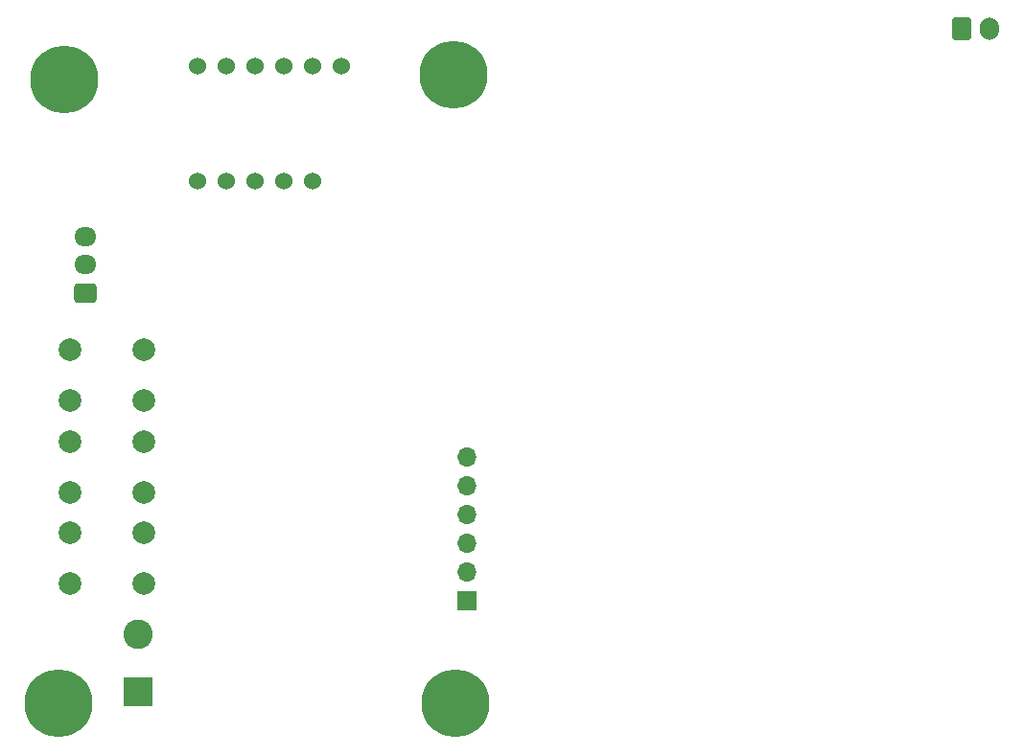
<source format=gbr>
%TF.GenerationSoftware,KiCad,Pcbnew,(7.0.0)*%
%TF.CreationDate,2023-05-09T14:48:24+07:00*%
%TF.ProjectId,Heat component of Tissue Processor,48656174-2063-46f6-9d70-6f6e656e7420,rev?*%
%TF.SameCoordinates,Original*%
%TF.FileFunction,Copper,L1,Top*%
%TF.FilePolarity,Positive*%
%FSLAX46Y46*%
G04 Gerber Fmt 4.6, Leading zero omitted, Abs format (unit mm)*
G04 Created by KiCad (PCBNEW (7.0.0)) date 2023-05-09 14:48:24*
%MOMM*%
%LPD*%
G01*
G04 APERTURE LIST*
G04 Aperture macros list*
%AMRoundRect*
0 Rectangle with rounded corners*
0 $1 Rounding radius*
0 $2 $3 $4 $5 $6 $7 $8 $9 X,Y pos of 4 corners*
0 Add a 4 corners polygon primitive as box body*
4,1,4,$2,$3,$4,$5,$6,$7,$8,$9,$2,$3,0*
0 Add four circle primitives for the rounded corners*
1,1,$1+$1,$2,$3*
1,1,$1+$1,$4,$5*
1,1,$1+$1,$6,$7*
1,1,$1+$1,$8,$9*
0 Add four rect primitives between the rounded corners*
20,1,$1+$1,$2,$3,$4,$5,0*
20,1,$1+$1,$4,$5,$6,$7,0*
20,1,$1+$1,$6,$7,$8,$9,0*
20,1,$1+$1,$8,$9,$2,$3,0*%
G04 Aperture macros list end*
%TA.AperFunction,ComponentPad*%
%ADD10C,1.524000*%
%TD*%
%TA.AperFunction,ComponentPad*%
%ADD11RoundRect,0.250000X0.725000X-0.600000X0.725000X0.600000X-0.725000X0.600000X-0.725000X-0.600000X0*%
%TD*%
%TA.AperFunction,ComponentPad*%
%ADD12O,1.950000X1.700000*%
%TD*%
%TA.AperFunction,ComponentPad*%
%ADD13C,0.800000*%
%TD*%
%TA.AperFunction,ComponentPad*%
%ADD14C,6.000000*%
%TD*%
%TA.AperFunction,ComponentPad*%
%ADD15C,2.000000*%
%TD*%
%TA.AperFunction,ComponentPad*%
%ADD16R,1.700000X1.700000*%
%TD*%
%TA.AperFunction,ComponentPad*%
%ADD17O,1.700000X1.700000*%
%TD*%
%TA.AperFunction,ComponentPad*%
%ADD18R,2.600000X2.600000*%
%TD*%
%TA.AperFunction,ComponentPad*%
%ADD19C,2.600000*%
%TD*%
%TA.AperFunction,ComponentPad*%
%ADD20RoundRect,0.250000X-0.600000X-0.750000X0.600000X-0.750000X0.600000X0.750000X-0.600000X0.750000X0*%
%TD*%
%TA.AperFunction,ComponentPad*%
%ADD21O,1.700000X2.000000*%
%TD*%
G04 APERTURE END LIST*
D10*
%TO.P,U1,dP,dP*%
%TO.N,unconnected-(U1-PaddP)*%
X36058000Y-78369000D03*
%TO.P,U1,G,G*%
%TO.N,g*%
X41138000Y-78369000D03*
%TO.P,U1,F,F*%
%TO.N,f*%
X36058000Y-68209000D03*
%TO.P,U1,E,E*%
%TO.N,e*%
X30978000Y-78369000D03*
%TO.P,U1,D,D*%
%TO.N,d*%
X33518000Y-78369000D03*
%TO.P,U1,C,C*%
%TO.N,c*%
X38598000Y-78369000D03*
%TO.P,U1,B,B*%
%TO.N,b*%
X43678000Y-68209000D03*
%TO.P,U1,A,A*%
%TO.N,a*%
X33518000Y-68209000D03*
%TO.P,U1,3,3*%
%TO.N,3*%
X41138000Y-68209000D03*
%TO.P,U1,2,2*%
%TO.N,2*%
X38598000Y-68209000D03*
%TO.P,U1,1,1*%
%TO.N,1*%
X30978000Y-68209000D03*
%TD*%
D11*
%TO.P,J2,1,Pin_1*%
%TO.N,VCC*%
X21065000Y-88225000D03*
D12*
%TO.P,J2,2,Pin_2*%
%TO.N,Temp*%
X21064999Y-85724999D03*
%TO.P,J2,3,Pin_3*%
%TO.N,GND*%
X21064999Y-83224999D03*
%TD*%
D13*
%TO.P,sHe4,1*%
%TO.N,N/C*%
X17586010Y-67751010D03*
X16927000Y-69342000D03*
X19177000Y-67092000D03*
X19177000Y-71592000D03*
X21427000Y-69342000D03*
X20767990Y-70932990D03*
X17586010Y-70932990D03*
X20767990Y-67751010D03*
D14*
X19177000Y-69342000D03*
%TD*%
%TO.P,sHe3,1*%
%TO.N,N/C*%
X53594000Y-68961000D03*
D13*
X55184990Y-67370010D03*
X52003010Y-70551990D03*
X55184990Y-70551990D03*
X55844000Y-68961000D03*
X53594000Y-71211000D03*
X53594000Y-66711000D03*
X51344000Y-68961000D03*
X52003010Y-67370010D03*
%TD*%
D14*
%TO.P,sHe2,1*%
%TO.N,N/C*%
X53721000Y-124460000D03*
D13*
X55311990Y-122869010D03*
X52130010Y-126050990D03*
X55311990Y-126050990D03*
X55971000Y-124460000D03*
X53721000Y-126710000D03*
X53721000Y-122210000D03*
X51471000Y-124460000D03*
X52130010Y-122869010D03*
%TD*%
D14*
%TO.P,sHe1,1*%
%TO.N,N/C*%
X18669000Y-124460000D03*
D13*
X20259990Y-122869010D03*
X17078010Y-126050990D03*
X20259990Y-126050990D03*
X20919000Y-124460000D03*
X18669000Y-126710000D03*
X18669000Y-122210000D03*
X16419000Y-124460000D03*
X17078010Y-122869010D03*
%TD*%
D15*
%TO.P,SW3,1,A*%
%TO.N,VCC*%
X19737000Y-101382000D03*
X26237000Y-101382000D03*
%TO.P,SW3,2,B*%
%TO.N,btn2*%
X19737000Y-105882000D03*
X26237000Y-105882000D03*
%TD*%
%TO.P,SW1,2,B*%
%TO.N,NRST*%
X26237000Y-113883000D03*
X19737000Y-113883000D03*
%TO.P,SW1,1,A*%
%TO.N,GND*%
X26237000Y-109383000D03*
X19737000Y-109383000D03*
%TD*%
D16*
%TO.P,J8,1,Pin_1*%
%TO.N,GND*%
X54736999Y-115442999D03*
D17*
%TO.P,J8,2,Pin_2*%
%TO.N,RX*%
X54736999Y-112902999D03*
%TO.P,J8,3,Pin_3*%
%TO.N,TX*%
X54736999Y-110362999D03*
%TO.P,J8,4,Pin_4*%
%TO.N,NRST*%
X54736999Y-107822999D03*
%TO.P,J8,5,Pin_5*%
%TO.N,SWIM*%
X54736999Y-105282999D03*
%TO.P,J8,6,Pin_6*%
%TO.N,VCC*%
X54736999Y-102742999D03*
%TD*%
D18*
%TO.P,J3,1,Pin_1*%
%TO.N,COM*%
X25704999Y-123448999D03*
D19*
%TO.P,J3,2,Pin_2*%
%TO.N,NC*%
X25705000Y-118369000D03*
%TD*%
D15*
%TO.P,SW2,1,A*%
%TO.N,VCC*%
X26237000Y-97754000D03*
X19737000Y-97754000D03*
%TO.P,SW2,2,B*%
%TO.N,btn1*%
X26237000Y-93254000D03*
X19737000Y-93254000D03*
%TD*%
D20*
%TO.P,J1,1,Pin_1*%
%TO.N,Net-(J1-Pin_1)*%
X98425000Y-64897000D03*
D21*
%TO.P,J1,2,Pin_2*%
%TO.N,GND*%
X100924999Y-64896999D03*
%TD*%
M02*

</source>
